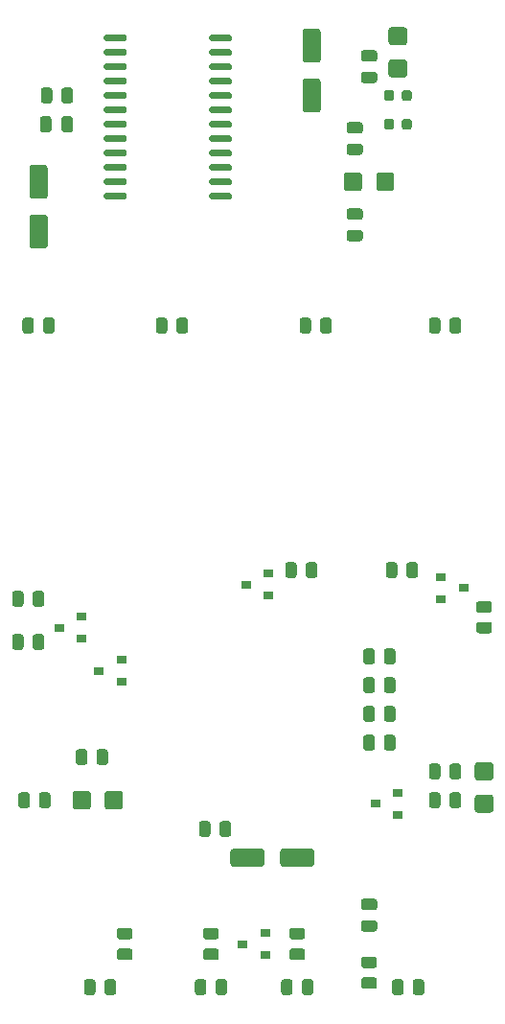
<source format=gtp>
%TF.GenerationSoftware,KiCad,Pcbnew,(5.1.10)-1*%
%TF.CreationDate,2022-04-24T20:33:29+02:00*%
%TF.ProjectId,eugenio,65756765-6e69-46f2-9e6b-696361645f70,rev?*%
%TF.SameCoordinates,Original*%
%TF.FileFunction,Paste,Top*%
%TF.FilePolarity,Positive*%
%FSLAX46Y46*%
G04 Gerber Fmt 4.6, Leading zero omitted, Abs format (unit mm)*
G04 Created by KiCad (PCBNEW (5.1.10)-1) date 2022-04-24 20:33:29*
%MOMM*%
%LPD*%
G01*
G04 APERTURE LIST*
%ADD10R,0.900000X0.800000*%
G04 APERTURE END LIST*
%TO.C,U2*%
G36*
G01*
X62390000Y-79872500D02*
X62390000Y-80147500D01*
G75*
G02*
X62252500Y-80285000I-137500J0D01*
G01*
X60527500Y-80285000D01*
G75*
G02*
X60390000Y-80147500I0J137500D01*
G01*
X60390000Y-79872500D01*
G75*
G02*
X60527500Y-79735000I137500J0D01*
G01*
X62252500Y-79735000D01*
G75*
G02*
X62390000Y-79872500I0J-137500D01*
G01*
G37*
G36*
G01*
X62390000Y-78602500D02*
X62390000Y-78877500D01*
G75*
G02*
X62252500Y-79015000I-137500J0D01*
G01*
X60527500Y-79015000D01*
G75*
G02*
X60390000Y-78877500I0J137500D01*
G01*
X60390000Y-78602500D01*
G75*
G02*
X60527500Y-78465000I137500J0D01*
G01*
X62252500Y-78465000D01*
G75*
G02*
X62390000Y-78602500I0J-137500D01*
G01*
G37*
G36*
G01*
X62390000Y-77332500D02*
X62390000Y-77607500D01*
G75*
G02*
X62252500Y-77745000I-137500J0D01*
G01*
X60527500Y-77745000D01*
G75*
G02*
X60390000Y-77607500I0J137500D01*
G01*
X60390000Y-77332500D01*
G75*
G02*
X60527500Y-77195000I137500J0D01*
G01*
X62252500Y-77195000D01*
G75*
G02*
X62390000Y-77332500I0J-137500D01*
G01*
G37*
G36*
G01*
X62390000Y-76062500D02*
X62390000Y-76337500D01*
G75*
G02*
X62252500Y-76475000I-137500J0D01*
G01*
X60527500Y-76475000D01*
G75*
G02*
X60390000Y-76337500I0J137500D01*
G01*
X60390000Y-76062500D01*
G75*
G02*
X60527500Y-75925000I137500J0D01*
G01*
X62252500Y-75925000D01*
G75*
G02*
X62390000Y-76062500I0J-137500D01*
G01*
G37*
G36*
G01*
X62390000Y-74792500D02*
X62390000Y-75067500D01*
G75*
G02*
X62252500Y-75205000I-137500J0D01*
G01*
X60527500Y-75205000D01*
G75*
G02*
X60390000Y-75067500I0J137500D01*
G01*
X60390000Y-74792500D01*
G75*
G02*
X60527500Y-74655000I137500J0D01*
G01*
X62252500Y-74655000D01*
G75*
G02*
X62390000Y-74792500I0J-137500D01*
G01*
G37*
G36*
G01*
X62390000Y-73522500D02*
X62390000Y-73797500D01*
G75*
G02*
X62252500Y-73935000I-137500J0D01*
G01*
X60527500Y-73935000D01*
G75*
G02*
X60390000Y-73797500I0J137500D01*
G01*
X60390000Y-73522500D01*
G75*
G02*
X60527500Y-73385000I137500J0D01*
G01*
X62252500Y-73385000D01*
G75*
G02*
X62390000Y-73522500I0J-137500D01*
G01*
G37*
G36*
G01*
X62390000Y-72252500D02*
X62390000Y-72527500D01*
G75*
G02*
X62252500Y-72665000I-137500J0D01*
G01*
X60527500Y-72665000D01*
G75*
G02*
X60390000Y-72527500I0J137500D01*
G01*
X60390000Y-72252500D01*
G75*
G02*
X60527500Y-72115000I137500J0D01*
G01*
X62252500Y-72115000D01*
G75*
G02*
X62390000Y-72252500I0J-137500D01*
G01*
G37*
G36*
G01*
X62390000Y-70982500D02*
X62390000Y-71257500D01*
G75*
G02*
X62252500Y-71395000I-137500J0D01*
G01*
X60527500Y-71395000D01*
G75*
G02*
X60390000Y-71257500I0J137500D01*
G01*
X60390000Y-70982500D01*
G75*
G02*
X60527500Y-70845000I137500J0D01*
G01*
X62252500Y-70845000D01*
G75*
G02*
X62390000Y-70982500I0J-137500D01*
G01*
G37*
G36*
G01*
X62390000Y-69712500D02*
X62390000Y-69987500D01*
G75*
G02*
X62252500Y-70125000I-137500J0D01*
G01*
X60527500Y-70125000D01*
G75*
G02*
X60390000Y-69987500I0J137500D01*
G01*
X60390000Y-69712500D01*
G75*
G02*
X60527500Y-69575000I137500J0D01*
G01*
X62252500Y-69575000D01*
G75*
G02*
X62390000Y-69712500I0J-137500D01*
G01*
G37*
G36*
G01*
X62390000Y-68442500D02*
X62390000Y-68717500D01*
G75*
G02*
X62252500Y-68855000I-137500J0D01*
G01*
X60527500Y-68855000D01*
G75*
G02*
X60390000Y-68717500I0J137500D01*
G01*
X60390000Y-68442500D01*
G75*
G02*
X60527500Y-68305000I137500J0D01*
G01*
X62252500Y-68305000D01*
G75*
G02*
X62390000Y-68442500I0J-137500D01*
G01*
G37*
G36*
G01*
X62390000Y-67172500D02*
X62390000Y-67447500D01*
G75*
G02*
X62252500Y-67585000I-137500J0D01*
G01*
X60527500Y-67585000D01*
G75*
G02*
X60390000Y-67447500I0J137500D01*
G01*
X60390000Y-67172500D01*
G75*
G02*
X60527500Y-67035000I137500J0D01*
G01*
X62252500Y-67035000D01*
G75*
G02*
X62390000Y-67172500I0J-137500D01*
G01*
G37*
G36*
G01*
X62390000Y-65902500D02*
X62390000Y-66177500D01*
G75*
G02*
X62252500Y-66315000I-137500J0D01*
G01*
X60527500Y-66315000D01*
G75*
G02*
X60390000Y-66177500I0J137500D01*
G01*
X60390000Y-65902500D01*
G75*
G02*
X60527500Y-65765000I137500J0D01*
G01*
X62252500Y-65765000D01*
G75*
G02*
X62390000Y-65902500I0J-137500D01*
G01*
G37*
G36*
G01*
X71690000Y-65902500D02*
X71690000Y-66177500D01*
G75*
G02*
X71552500Y-66315000I-137500J0D01*
G01*
X69827500Y-66315000D01*
G75*
G02*
X69690000Y-66177500I0J137500D01*
G01*
X69690000Y-65902500D01*
G75*
G02*
X69827500Y-65765000I137500J0D01*
G01*
X71552500Y-65765000D01*
G75*
G02*
X71690000Y-65902500I0J-137500D01*
G01*
G37*
G36*
G01*
X71690000Y-67172500D02*
X71690000Y-67447500D01*
G75*
G02*
X71552500Y-67585000I-137500J0D01*
G01*
X69827500Y-67585000D01*
G75*
G02*
X69690000Y-67447500I0J137500D01*
G01*
X69690000Y-67172500D01*
G75*
G02*
X69827500Y-67035000I137500J0D01*
G01*
X71552500Y-67035000D01*
G75*
G02*
X71690000Y-67172500I0J-137500D01*
G01*
G37*
G36*
G01*
X71690000Y-68442500D02*
X71690000Y-68717500D01*
G75*
G02*
X71552500Y-68855000I-137500J0D01*
G01*
X69827500Y-68855000D01*
G75*
G02*
X69690000Y-68717500I0J137500D01*
G01*
X69690000Y-68442500D01*
G75*
G02*
X69827500Y-68305000I137500J0D01*
G01*
X71552500Y-68305000D01*
G75*
G02*
X71690000Y-68442500I0J-137500D01*
G01*
G37*
G36*
G01*
X71690000Y-69712500D02*
X71690000Y-69987500D01*
G75*
G02*
X71552500Y-70125000I-137500J0D01*
G01*
X69827500Y-70125000D01*
G75*
G02*
X69690000Y-69987500I0J137500D01*
G01*
X69690000Y-69712500D01*
G75*
G02*
X69827500Y-69575000I137500J0D01*
G01*
X71552500Y-69575000D01*
G75*
G02*
X71690000Y-69712500I0J-137500D01*
G01*
G37*
G36*
G01*
X71690000Y-70982500D02*
X71690000Y-71257500D01*
G75*
G02*
X71552500Y-71395000I-137500J0D01*
G01*
X69827500Y-71395000D01*
G75*
G02*
X69690000Y-71257500I0J137500D01*
G01*
X69690000Y-70982500D01*
G75*
G02*
X69827500Y-70845000I137500J0D01*
G01*
X71552500Y-70845000D01*
G75*
G02*
X71690000Y-70982500I0J-137500D01*
G01*
G37*
G36*
G01*
X71690000Y-72252500D02*
X71690000Y-72527500D01*
G75*
G02*
X71552500Y-72665000I-137500J0D01*
G01*
X69827500Y-72665000D01*
G75*
G02*
X69690000Y-72527500I0J137500D01*
G01*
X69690000Y-72252500D01*
G75*
G02*
X69827500Y-72115000I137500J0D01*
G01*
X71552500Y-72115000D01*
G75*
G02*
X71690000Y-72252500I0J-137500D01*
G01*
G37*
G36*
G01*
X71690000Y-73522500D02*
X71690000Y-73797500D01*
G75*
G02*
X71552500Y-73935000I-137500J0D01*
G01*
X69827500Y-73935000D01*
G75*
G02*
X69690000Y-73797500I0J137500D01*
G01*
X69690000Y-73522500D01*
G75*
G02*
X69827500Y-73385000I137500J0D01*
G01*
X71552500Y-73385000D01*
G75*
G02*
X71690000Y-73522500I0J-137500D01*
G01*
G37*
G36*
G01*
X71690000Y-74792500D02*
X71690000Y-75067500D01*
G75*
G02*
X71552500Y-75205000I-137500J0D01*
G01*
X69827500Y-75205000D01*
G75*
G02*
X69690000Y-75067500I0J137500D01*
G01*
X69690000Y-74792500D01*
G75*
G02*
X69827500Y-74655000I137500J0D01*
G01*
X71552500Y-74655000D01*
G75*
G02*
X71690000Y-74792500I0J-137500D01*
G01*
G37*
G36*
G01*
X71690000Y-76062500D02*
X71690000Y-76337500D01*
G75*
G02*
X71552500Y-76475000I-137500J0D01*
G01*
X69827500Y-76475000D01*
G75*
G02*
X69690000Y-76337500I0J137500D01*
G01*
X69690000Y-76062500D01*
G75*
G02*
X69827500Y-75925000I137500J0D01*
G01*
X71552500Y-75925000D01*
G75*
G02*
X71690000Y-76062500I0J-137500D01*
G01*
G37*
G36*
G01*
X71690000Y-77332500D02*
X71690000Y-77607500D01*
G75*
G02*
X71552500Y-77745000I-137500J0D01*
G01*
X69827500Y-77745000D01*
G75*
G02*
X69690000Y-77607500I0J137500D01*
G01*
X69690000Y-77332500D01*
G75*
G02*
X69827500Y-77195000I137500J0D01*
G01*
X71552500Y-77195000D01*
G75*
G02*
X71690000Y-77332500I0J-137500D01*
G01*
G37*
G36*
G01*
X71690000Y-78602500D02*
X71690000Y-78877500D01*
G75*
G02*
X71552500Y-79015000I-137500J0D01*
G01*
X69827500Y-79015000D01*
G75*
G02*
X69690000Y-78877500I0J137500D01*
G01*
X69690000Y-78602500D01*
G75*
G02*
X69827500Y-78465000I137500J0D01*
G01*
X71552500Y-78465000D01*
G75*
G02*
X71690000Y-78602500I0J-137500D01*
G01*
G37*
G36*
G01*
X71690000Y-79872500D02*
X71690000Y-80147500D01*
G75*
G02*
X71552500Y-80285000I-137500J0D01*
G01*
X69827500Y-80285000D01*
G75*
G02*
X69690000Y-80147500I0J137500D01*
G01*
X69690000Y-79872500D01*
G75*
G02*
X69827500Y-79735000I137500J0D01*
G01*
X71552500Y-79735000D01*
G75*
G02*
X71690000Y-79872500I0J-137500D01*
G01*
G37*
%TD*%
%TO.C,C3*%
G36*
G01*
X83345000Y-143960000D02*
X84295000Y-143960000D01*
G75*
G02*
X84545000Y-144210000I0J-250000D01*
G01*
X84545000Y-144710000D01*
G75*
G02*
X84295000Y-144960000I-250000J0D01*
G01*
X83345000Y-144960000D01*
G75*
G02*
X83095000Y-144710000I0J250000D01*
G01*
X83095000Y-144210000D01*
G75*
G02*
X83345000Y-143960000I250000J0D01*
G01*
G37*
G36*
G01*
X83345000Y-142060000D02*
X84295000Y-142060000D01*
G75*
G02*
X84545000Y-142310000I0J-250000D01*
G01*
X84545000Y-142810000D01*
G75*
G02*
X84295000Y-143060000I-250000J0D01*
G01*
X83345000Y-143060000D01*
G75*
G02*
X83095000Y-142810000I0J250000D01*
G01*
X83095000Y-142310000D01*
G75*
G02*
X83345000Y-142060000I250000J0D01*
G01*
G37*
%TD*%
%TO.C,R24*%
G36*
G01*
X53297500Y-118929998D02*
X53297500Y-119830002D01*
G75*
G02*
X53047502Y-120080000I-249998J0D01*
G01*
X52522498Y-120080000D01*
G75*
G02*
X52272500Y-119830002I0J249998D01*
G01*
X52272500Y-118929998D01*
G75*
G02*
X52522498Y-118680000I249998J0D01*
G01*
X53047502Y-118680000D01*
G75*
G02*
X53297500Y-118929998I0J-249998D01*
G01*
G37*
G36*
G01*
X55122500Y-118929998D02*
X55122500Y-119830002D01*
G75*
G02*
X54872502Y-120080000I-249998J0D01*
G01*
X54347498Y-120080000D01*
G75*
G02*
X54097500Y-119830002I0J249998D01*
G01*
X54097500Y-118929998D01*
G75*
G02*
X54347498Y-118680000I249998J0D01*
G01*
X54872502Y-118680000D01*
G75*
G02*
X55122500Y-118929998I0J-249998D01*
G01*
G37*
%TD*%
%TO.C,R22*%
G36*
G01*
X70250000Y-150310002D02*
X70250000Y-149409998D01*
G75*
G02*
X70499998Y-149160000I249998J0D01*
G01*
X71025002Y-149160000D01*
G75*
G02*
X71275000Y-149409998I0J-249998D01*
G01*
X71275000Y-150310002D01*
G75*
G02*
X71025002Y-150560000I-249998J0D01*
G01*
X70499998Y-150560000D01*
G75*
G02*
X70250000Y-150310002I0J249998D01*
G01*
G37*
G36*
G01*
X68425000Y-150310002D02*
X68425000Y-149409998D01*
G75*
G02*
X68674998Y-149160000I249998J0D01*
G01*
X69200002Y-149160000D01*
G75*
G02*
X69450000Y-149409998I0J-249998D01*
G01*
X69450000Y-150310002D01*
G75*
G02*
X69200002Y-150560000I-249998J0D01*
G01*
X68674998Y-150560000D01*
G75*
G02*
X68425000Y-150310002I0J249998D01*
G01*
G37*
%TD*%
%TO.C,R16*%
G36*
G01*
X77920002Y-145650000D02*
X77019998Y-145650000D01*
G75*
G02*
X76770000Y-145400002I0J249998D01*
G01*
X76770000Y-144874998D01*
G75*
G02*
X77019998Y-144625000I249998J0D01*
G01*
X77920002Y-144625000D01*
G75*
G02*
X78170000Y-144874998I0J-249998D01*
G01*
X78170000Y-145400002D01*
G75*
G02*
X77920002Y-145650000I-249998J0D01*
G01*
G37*
G36*
G01*
X77920002Y-147475000D02*
X77019998Y-147475000D01*
G75*
G02*
X76770000Y-147225002I0J249998D01*
G01*
X76770000Y-146699998D01*
G75*
G02*
X77019998Y-146450000I249998J0D01*
G01*
X77920002Y-146450000D01*
G75*
G02*
X78170000Y-146699998I0J-249998D01*
G01*
X78170000Y-147225002D01*
G75*
G02*
X77920002Y-147475000I-249998J0D01*
G01*
G37*
%TD*%
%TO.C,R15*%
G36*
G01*
X77070000Y-149409998D02*
X77070000Y-150310002D01*
G75*
G02*
X76820002Y-150560000I-249998J0D01*
G01*
X76294998Y-150560000D01*
G75*
G02*
X76045000Y-150310002I0J249998D01*
G01*
X76045000Y-149409998D01*
G75*
G02*
X76294998Y-149160000I249998J0D01*
G01*
X76820002Y-149160000D01*
G75*
G02*
X77070000Y-149409998I0J-249998D01*
G01*
G37*
G36*
G01*
X78895000Y-149409998D02*
X78895000Y-150310002D01*
G75*
G02*
X78645002Y-150560000I-249998J0D01*
G01*
X78119998Y-150560000D01*
G75*
G02*
X77870000Y-150310002I0J249998D01*
G01*
X77870000Y-149409998D01*
G75*
G02*
X78119998Y-149160000I249998J0D01*
G01*
X78645002Y-149160000D01*
G75*
G02*
X78895000Y-149409998I0J-249998D01*
G01*
G37*
%TD*%
%TO.C,D1*%
G36*
G01*
X94555000Y-131610000D02*
X93405000Y-131610000D01*
G75*
G02*
X93155000Y-131360000I0J250000D01*
G01*
X93155000Y-130260000D01*
G75*
G02*
X93405000Y-130010000I250000J0D01*
G01*
X94555000Y-130010000D01*
G75*
G02*
X94805000Y-130260000I0J-250000D01*
G01*
X94805000Y-131360000D01*
G75*
G02*
X94555000Y-131610000I-250000J0D01*
G01*
G37*
G36*
G01*
X94555000Y-134460000D02*
X93405000Y-134460000D01*
G75*
G02*
X93155000Y-134210000I0J250000D01*
G01*
X93155000Y-133110000D01*
G75*
G02*
X93405000Y-132860000I250000J0D01*
G01*
X94555000Y-132860000D01*
G75*
G02*
X94805000Y-133110000I0J-250000D01*
G01*
X94805000Y-134210000D01*
G75*
G02*
X94555000Y-134460000I-250000J0D01*
G01*
G37*
%TD*%
%TO.C,D5*%
G36*
G01*
X84445000Y-79315000D02*
X84445000Y-78165000D01*
G75*
G02*
X84695000Y-77915000I250000J0D01*
G01*
X85795000Y-77915000D01*
G75*
G02*
X86045000Y-78165000I0J-250000D01*
G01*
X86045000Y-79315000D01*
G75*
G02*
X85795000Y-79565000I-250000J0D01*
G01*
X84695000Y-79565000D01*
G75*
G02*
X84445000Y-79315000I0J250000D01*
G01*
G37*
G36*
G01*
X81595000Y-79315000D02*
X81595000Y-78165000D01*
G75*
G02*
X81845000Y-77915000I250000J0D01*
G01*
X82945000Y-77915000D01*
G75*
G02*
X83195000Y-78165000I0J-250000D01*
G01*
X83195000Y-79315000D01*
G75*
G02*
X82945000Y-79565000I-250000J0D01*
G01*
X81845000Y-79565000D01*
G75*
G02*
X81595000Y-79315000I0J250000D01*
G01*
G37*
%TD*%
%TO.C,D4*%
G36*
G01*
X60470000Y-133925000D02*
X60470000Y-132775000D01*
G75*
G02*
X60720000Y-132525000I250000J0D01*
G01*
X61820000Y-132525000D01*
G75*
G02*
X62070000Y-132775000I0J-250000D01*
G01*
X62070000Y-133925000D01*
G75*
G02*
X61820000Y-134175000I-250000J0D01*
G01*
X60720000Y-134175000D01*
G75*
G02*
X60470000Y-133925000I0J250000D01*
G01*
G37*
G36*
G01*
X57620000Y-133925000D02*
X57620000Y-132775000D01*
G75*
G02*
X57870000Y-132525000I250000J0D01*
G01*
X58970000Y-132525000D01*
G75*
G02*
X59220000Y-132775000I0J-250000D01*
G01*
X59220000Y-133925000D01*
G75*
G02*
X58970000Y-134175000I-250000J0D01*
G01*
X57870000Y-134175000D01*
G75*
G02*
X57620000Y-133925000I0J250000D01*
G01*
G37*
%TD*%
%TO.C,R25*%
G36*
G01*
X54097500Y-116020002D02*
X54097500Y-115119998D01*
G75*
G02*
X54347498Y-114870000I249998J0D01*
G01*
X54872502Y-114870000D01*
G75*
G02*
X55122500Y-115119998I0J-249998D01*
G01*
X55122500Y-116020002D01*
G75*
G02*
X54872502Y-116270000I-249998J0D01*
G01*
X54347498Y-116270000D01*
G75*
G02*
X54097500Y-116020002I0J249998D01*
G01*
G37*
G36*
G01*
X52272500Y-116020002D02*
X52272500Y-115119998D01*
G75*
G02*
X52522498Y-114870000I249998J0D01*
G01*
X53047502Y-114870000D01*
G75*
G02*
X53297500Y-115119998I0J-249998D01*
G01*
X53297500Y-116020002D01*
G75*
G02*
X53047502Y-116270000I-249998J0D01*
G01*
X52522498Y-116270000D01*
G75*
G02*
X52272500Y-116020002I0J249998D01*
G01*
G37*
%TD*%
%TO.C,C1*%
G36*
G01*
X83025000Y-82100000D02*
X82075000Y-82100000D01*
G75*
G02*
X81825000Y-81850000I0J250000D01*
G01*
X81825000Y-81350000D01*
G75*
G02*
X82075000Y-81100000I250000J0D01*
G01*
X83025000Y-81100000D01*
G75*
G02*
X83275000Y-81350000I0J-250000D01*
G01*
X83275000Y-81850000D01*
G75*
G02*
X83025000Y-82100000I-250000J0D01*
G01*
G37*
G36*
G01*
X83025000Y-84000000D02*
X82075000Y-84000000D01*
G75*
G02*
X81825000Y-83750000I0J250000D01*
G01*
X81825000Y-83250000D01*
G75*
G02*
X82075000Y-83000000I250000J0D01*
G01*
X83025000Y-83000000D01*
G75*
G02*
X83275000Y-83250000I0J-250000D01*
G01*
X83275000Y-83750000D01*
G75*
G02*
X83025000Y-84000000I-250000J0D01*
G01*
G37*
%TD*%
%TO.C,C2*%
G36*
G01*
X82075000Y-75380000D02*
X83025000Y-75380000D01*
G75*
G02*
X83275000Y-75630000I0J-250000D01*
G01*
X83275000Y-76130000D01*
G75*
G02*
X83025000Y-76380000I-250000J0D01*
G01*
X82075000Y-76380000D01*
G75*
G02*
X81825000Y-76130000I0J250000D01*
G01*
X81825000Y-75630000D01*
G75*
G02*
X82075000Y-75380000I250000J0D01*
G01*
G37*
G36*
G01*
X82075000Y-73480000D02*
X83025000Y-73480000D01*
G75*
G02*
X83275000Y-73730000I0J-250000D01*
G01*
X83275000Y-74230000D01*
G75*
G02*
X83025000Y-74480000I-250000J0D01*
G01*
X82075000Y-74480000D01*
G75*
G02*
X81825000Y-74230000I0J250000D01*
G01*
X81825000Y-73730000D01*
G75*
G02*
X82075000Y-73480000I250000J0D01*
G01*
G37*
%TD*%
%TO.C,C4*%
G36*
G01*
X75970000Y-138980000D02*
X75970000Y-137880000D01*
G75*
G02*
X76220000Y-137630000I250000J0D01*
G01*
X78720000Y-137630000D01*
G75*
G02*
X78970000Y-137880000I0J-250000D01*
G01*
X78970000Y-138980000D01*
G75*
G02*
X78720000Y-139230000I-250000J0D01*
G01*
X76220000Y-139230000D01*
G75*
G02*
X75970000Y-138980000I0J250000D01*
G01*
G37*
G36*
G01*
X71570000Y-138980000D02*
X71570000Y-137880000D01*
G75*
G02*
X71820000Y-137630000I250000J0D01*
G01*
X74320000Y-137630000D01*
G75*
G02*
X74570000Y-137880000I0J-250000D01*
G01*
X74570000Y-138980000D01*
G75*
G02*
X74320000Y-139230000I-250000J0D01*
G01*
X71820000Y-139230000D01*
G75*
G02*
X71570000Y-138980000I0J250000D01*
G01*
G37*
%TD*%
%TO.C,R27*%
G36*
G01*
X59732500Y-129990002D02*
X59732500Y-129089998D01*
G75*
G02*
X59982498Y-128840000I249998J0D01*
G01*
X60507502Y-128840000D01*
G75*
G02*
X60757500Y-129089998I0J-249998D01*
G01*
X60757500Y-129990002D01*
G75*
G02*
X60507502Y-130240000I-249998J0D01*
G01*
X59982498Y-130240000D01*
G75*
G02*
X59732500Y-129990002I0J249998D01*
G01*
G37*
G36*
G01*
X57907500Y-129990002D02*
X57907500Y-129089998D01*
G75*
G02*
X58157498Y-128840000I249998J0D01*
G01*
X58682502Y-128840000D01*
G75*
G02*
X58932500Y-129089998I0J-249998D01*
G01*
X58932500Y-129990002D01*
G75*
G02*
X58682502Y-130240000I-249998J0D01*
G01*
X58157498Y-130240000D01*
G75*
G02*
X57907500Y-129990002I0J249998D01*
G01*
G37*
%TD*%
%TO.C,C8*%
G36*
G01*
X84295000Y-68130000D02*
X83345000Y-68130000D01*
G75*
G02*
X83095000Y-67880000I0J250000D01*
G01*
X83095000Y-67380000D01*
G75*
G02*
X83345000Y-67130000I250000J0D01*
G01*
X84295000Y-67130000D01*
G75*
G02*
X84545000Y-67380000I0J-250000D01*
G01*
X84545000Y-67880000D01*
G75*
G02*
X84295000Y-68130000I-250000J0D01*
G01*
G37*
G36*
G01*
X84295000Y-70030000D02*
X83345000Y-70030000D01*
G75*
G02*
X83095000Y-69780000I0J250000D01*
G01*
X83095000Y-69280000D01*
G75*
G02*
X83345000Y-69030000I250000J0D01*
G01*
X84295000Y-69030000D01*
G75*
G02*
X84545000Y-69280000I0J-250000D01*
G01*
X84545000Y-69780000D01*
G75*
G02*
X84295000Y-70030000I-250000J0D01*
G01*
G37*
%TD*%
%TO.C,R28*%
G36*
G01*
X56637500Y-71570002D02*
X56637500Y-70669998D01*
G75*
G02*
X56887498Y-70420000I249998J0D01*
G01*
X57412502Y-70420000D01*
G75*
G02*
X57662500Y-70669998I0J-249998D01*
G01*
X57662500Y-71570002D01*
G75*
G02*
X57412502Y-71820000I-249998J0D01*
G01*
X56887498Y-71820000D01*
G75*
G02*
X56637500Y-71570002I0J249998D01*
G01*
G37*
G36*
G01*
X54812500Y-71570002D02*
X54812500Y-70669998D01*
G75*
G02*
X55062498Y-70420000I249998J0D01*
G01*
X55587502Y-70420000D01*
G75*
G02*
X55837500Y-70669998I0J-249998D01*
G01*
X55837500Y-71570002D01*
G75*
G02*
X55587502Y-71820000I-249998J0D01*
G01*
X55062498Y-71820000D01*
G75*
G02*
X54812500Y-71570002I0J249998D01*
G01*
G37*
%TD*%
%TO.C,C7*%
G36*
G01*
X54060000Y-81640000D02*
X55160000Y-81640000D01*
G75*
G02*
X55410000Y-81890000I0J-250000D01*
G01*
X55410000Y-84390000D01*
G75*
G02*
X55160000Y-84640000I-250000J0D01*
G01*
X54060000Y-84640000D01*
G75*
G02*
X53810000Y-84390000I0J250000D01*
G01*
X53810000Y-81890000D01*
G75*
G02*
X54060000Y-81640000I250000J0D01*
G01*
G37*
G36*
G01*
X54060000Y-77240000D02*
X55160000Y-77240000D01*
G75*
G02*
X55410000Y-77490000I0J-250000D01*
G01*
X55410000Y-79990000D01*
G75*
G02*
X55160000Y-80240000I-250000J0D01*
G01*
X54060000Y-80240000D01*
G75*
G02*
X53810000Y-79990000I0J250000D01*
G01*
X53810000Y-77490000D01*
G75*
G02*
X54060000Y-77240000I250000J0D01*
G01*
G37*
%TD*%
%TO.C,R26*%
G36*
G01*
X53852500Y-132899998D02*
X53852500Y-133800002D01*
G75*
G02*
X53602502Y-134050000I-249998J0D01*
G01*
X53077498Y-134050000D01*
G75*
G02*
X52827500Y-133800002I0J249998D01*
G01*
X52827500Y-132899998D01*
G75*
G02*
X53077498Y-132650000I249998J0D01*
G01*
X53602502Y-132650000D01*
G75*
G02*
X53852500Y-132899998I0J-249998D01*
G01*
G37*
G36*
G01*
X55677500Y-132899998D02*
X55677500Y-133800002D01*
G75*
G02*
X55427502Y-134050000I-249998J0D01*
G01*
X54902498Y-134050000D01*
G75*
G02*
X54652500Y-133800002I0J249998D01*
G01*
X54652500Y-132899998D01*
G75*
G02*
X54902498Y-132650000I249998J0D01*
G01*
X55427502Y-132650000D01*
G75*
G02*
X55677500Y-132899998I0J-249998D01*
G01*
G37*
%TD*%
%TO.C,R20*%
G36*
G01*
X90127500Y-132899998D02*
X90127500Y-133800002D01*
G75*
G02*
X89877502Y-134050000I-249998J0D01*
G01*
X89352498Y-134050000D01*
G75*
G02*
X89102500Y-133800002I0J249998D01*
G01*
X89102500Y-132899998D01*
G75*
G02*
X89352498Y-132650000I249998J0D01*
G01*
X89877502Y-132650000D01*
G75*
G02*
X90127500Y-132899998I0J-249998D01*
G01*
G37*
G36*
G01*
X91952500Y-132899998D02*
X91952500Y-133800002D01*
G75*
G02*
X91702502Y-134050000I-249998J0D01*
G01*
X91177498Y-134050000D01*
G75*
G02*
X90927500Y-133800002I0J249998D01*
G01*
X90927500Y-132899998D01*
G75*
G02*
X91177498Y-132650000I249998J0D01*
G01*
X91702502Y-132650000D01*
G75*
G02*
X91952500Y-132899998I0J-249998D01*
G01*
G37*
%TD*%
%TO.C,R19*%
G36*
G01*
X84332500Y-125279998D02*
X84332500Y-126180002D01*
G75*
G02*
X84082502Y-126430000I-249998J0D01*
G01*
X83557498Y-126430000D01*
G75*
G02*
X83307500Y-126180002I0J249998D01*
G01*
X83307500Y-125279998D01*
G75*
G02*
X83557498Y-125030000I249998J0D01*
G01*
X84082502Y-125030000D01*
G75*
G02*
X84332500Y-125279998I0J-249998D01*
G01*
G37*
G36*
G01*
X86157500Y-125279998D02*
X86157500Y-126180002D01*
G75*
G02*
X85907502Y-126430000I-249998J0D01*
G01*
X85382498Y-126430000D01*
G75*
G02*
X85132500Y-126180002I0J249998D01*
G01*
X85132500Y-125279998D01*
G75*
G02*
X85382498Y-125030000I249998J0D01*
G01*
X85907502Y-125030000D01*
G75*
G02*
X86157500Y-125279998I0J-249998D01*
G01*
G37*
%TD*%
%TO.C,C6*%
G36*
G01*
X55750000Y-73185000D02*
X55750000Y-74135000D01*
G75*
G02*
X55500000Y-74385000I-250000J0D01*
G01*
X55000000Y-74385000D01*
G75*
G02*
X54750000Y-74135000I0J250000D01*
G01*
X54750000Y-73185000D01*
G75*
G02*
X55000000Y-72935000I250000J0D01*
G01*
X55500000Y-72935000D01*
G75*
G02*
X55750000Y-73185000I0J-250000D01*
G01*
G37*
G36*
G01*
X57650000Y-73185000D02*
X57650000Y-74135000D01*
G75*
G02*
X57400000Y-74385000I-250000J0D01*
G01*
X56900000Y-74385000D01*
G75*
G02*
X56650000Y-74135000I0J250000D01*
G01*
X56650000Y-73185000D01*
G75*
G02*
X56900000Y-72935000I250000J0D01*
G01*
X57400000Y-72935000D01*
G75*
G02*
X57650000Y-73185000I0J-250000D01*
G01*
G37*
%TD*%
%TO.C,R23*%
G36*
G01*
X70300002Y-145650000D02*
X69399998Y-145650000D01*
G75*
G02*
X69150000Y-145400002I0J249998D01*
G01*
X69150000Y-144874998D01*
G75*
G02*
X69399998Y-144625000I249998J0D01*
G01*
X70300002Y-144625000D01*
G75*
G02*
X70550000Y-144874998I0J-249998D01*
G01*
X70550000Y-145400002D01*
G75*
G02*
X70300002Y-145650000I-249998J0D01*
G01*
G37*
G36*
G01*
X70300002Y-147475000D02*
X69399998Y-147475000D01*
G75*
G02*
X69150000Y-147225002I0J249998D01*
G01*
X69150000Y-146699998D01*
G75*
G02*
X69399998Y-146450000I249998J0D01*
G01*
X70300002Y-146450000D01*
G75*
G02*
X70550000Y-146699998I0J-249998D01*
G01*
X70550000Y-147225002D01*
G75*
G02*
X70300002Y-147475000I-249998J0D01*
G01*
G37*
%TD*%
%TO.C,R21*%
G36*
G01*
X90927500Y-131260002D02*
X90927500Y-130359998D01*
G75*
G02*
X91177498Y-130110000I249998J0D01*
G01*
X91702502Y-130110000D01*
G75*
G02*
X91952500Y-130359998I0J-249998D01*
G01*
X91952500Y-131260002D01*
G75*
G02*
X91702502Y-131510000I-249998J0D01*
G01*
X91177498Y-131510000D01*
G75*
G02*
X90927500Y-131260002I0J249998D01*
G01*
G37*
G36*
G01*
X89102500Y-131260002D02*
X89102500Y-130359998D01*
G75*
G02*
X89352498Y-130110000I249998J0D01*
G01*
X89877502Y-130110000D01*
G75*
G02*
X90127500Y-130359998I0J-249998D01*
G01*
X90127500Y-131260002D01*
G75*
G02*
X89877502Y-131510000I-249998J0D01*
G01*
X89352498Y-131510000D01*
G75*
G02*
X89102500Y-131260002I0J249998D01*
G01*
G37*
%TD*%
%TO.C,D3*%
G36*
G01*
X86935000Y-66685000D02*
X85785000Y-66685000D01*
G75*
G02*
X85535000Y-66435000I0J250000D01*
G01*
X85535000Y-65335000D01*
G75*
G02*
X85785000Y-65085000I250000J0D01*
G01*
X86935000Y-65085000D01*
G75*
G02*
X87185000Y-65335000I0J-250000D01*
G01*
X87185000Y-66435000D01*
G75*
G02*
X86935000Y-66685000I-250000J0D01*
G01*
G37*
G36*
G01*
X86935000Y-69535000D02*
X85785000Y-69535000D01*
G75*
G02*
X85535000Y-69285000I0J250000D01*
G01*
X85535000Y-68185000D01*
G75*
G02*
X85785000Y-67935000I250000J0D01*
G01*
X86935000Y-67935000D01*
G75*
G02*
X87185000Y-68185000I0J-250000D01*
G01*
X87185000Y-69285000D01*
G75*
G02*
X86935000Y-69535000I-250000J0D01*
G01*
G37*
%TD*%
%TO.C,R14*%
G36*
G01*
X84332500Y-127819998D02*
X84332500Y-128720002D01*
G75*
G02*
X84082502Y-128970000I-249998J0D01*
G01*
X83557498Y-128970000D01*
G75*
G02*
X83307500Y-128720002I0J249998D01*
G01*
X83307500Y-127819998D01*
G75*
G02*
X83557498Y-127570000I249998J0D01*
G01*
X84082502Y-127570000D01*
G75*
G02*
X84332500Y-127819998I0J-249998D01*
G01*
G37*
G36*
G01*
X86157500Y-127819998D02*
X86157500Y-128720002D01*
G75*
G02*
X85907502Y-128970000I-249998J0D01*
G01*
X85382498Y-128970000D01*
G75*
G02*
X85132500Y-128720002I0J249998D01*
G01*
X85132500Y-127819998D01*
G75*
G02*
X85382498Y-127570000I249998J0D01*
G01*
X85907502Y-127570000D01*
G75*
G02*
X86157500Y-127819998I0J-249998D01*
G01*
G37*
%TD*%
%TO.C,R18*%
G36*
G01*
X94430002Y-116797500D02*
X93529998Y-116797500D01*
G75*
G02*
X93280000Y-116547502I0J249998D01*
G01*
X93280000Y-116022498D01*
G75*
G02*
X93529998Y-115772500I249998J0D01*
G01*
X94430002Y-115772500D01*
G75*
G02*
X94680000Y-116022498I0J-249998D01*
G01*
X94680000Y-116547502D01*
G75*
G02*
X94430002Y-116797500I-249998J0D01*
G01*
G37*
G36*
G01*
X94430002Y-118622500D02*
X93529998Y-118622500D01*
G75*
G02*
X93280000Y-118372502I0J249998D01*
G01*
X93280000Y-117847498D01*
G75*
G02*
X93529998Y-117597500I249998J0D01*
G01*
X94430002Y-117597500D01*
G75*
G02*
X94680000Y-117847498I0J-249998D01*
G01*
X94680000Y-118372502D01*
G75*
G02*
X94430002Y-118622500I-249998J0D01*
G01*
G37*
%TD*%
%TO.C,R6*%
G36*
G01*
X54210000Y-90989998D02*
X54210000Y-91890002D01*
G75*
G02*
X53960002Y-92140000I-249998J0D01*
G01*
X53434998Y-92140000D01*
G75*
G02*
X53185000Y-91890002I0J249998D01*
G01*
X53185000Y-90989998D01*
G75*
G02*
X53434998Y-90740000I249998J0D01*
G01*
X53960002Y-90740000D01*
G75*
G02*
X54210000Y-90989998I0J-249998D01*
G01*
G37*
G36*
G01*
X56035000Y-90989998D02*
X56035000Y-91890002D01*
G75*
G02*
X55785002Y-92140000I-249998J0D01*
G01*
X55259998Y-92140000D01*
G75*
G02*
X55010000Y-91890002I0J249998D01*
G01*
X55010000Y-90989998D01*
G75*
G02*
X55259998Y-90740000I249998J0D01*
G01*
X55785002Y-90740000D01*
G75*
G02*
X56035000Y-90989998I0J-249998D01*
G01*
G37*
%TD*%
D10*
%TO.C,Q2*%
X72930000Y-114300000D03*
X74930000Y-113350000D03*
X74930000Y-115250000D03*
%TD*%
%TO.C,C5*%
G36*
G01*
X79290000Y-68220000D02*
X78190000Y-68220000D01*
G75*
G02*
X77940000Y-67970000I0J250000D01*
G01*
X77940000Y-65470000D01*
G75*
G02*
X78190000Y-65220000I250000J0D01*
G01*
X79290000Y-65220000D01*
G75*
G02*
X79540000Y-65470000I0J-250000D01*
G01*
X79540000Y-67970000D01*
G75*
G02*
X79290000Y-68220000I-250000J0D01*
G01*
G37*
G36*
G01*
X79290000Y-72620000D02*
X78190000Y-72620000D01*
G75*
G02*
X77940000Y-72370000I0J250000D01*
G01*
X77940000Y-69870000D01*
G75*
G02*
X78190000Y-69620000I250000J0D01*
G01*
X79290000Y-69620000D01*
G75*
G02*
X79540000Y-69870000I0J-250000D01*
G01*
X79540000Y-72370000D01*
G75*
G02*
X79290000Y-72620000I-250000J0D01*
G01*
G37*
%TD*%
%TO.C,R17*%
G36*
G01*
X87117500Y-113480002D02*
X87117500Y-112579998D01*
G75*
G02*
X87367498Y-112330000I249998J0D01*
G01*
X87892502Y-112330000D01*
G75*
G02*
X88142500Y-112579998I0J-249998D01*
G01*
X88142500Y-113480002D01*
G75*
G02*
X87892502Y-113730000I-249998J0D01*
G01*
X87367498Y-113730000D01*
G75*
G02*
X87117500Y-113480002I0J249998D01*
G01*
G37*
G36*
G01*
X85292500Y-113480002D02*
X85292500Y-112579998D01*
G75*
G02*
X85542498Y-112330000I249998J0D01*
G01*
X86067502Y-112330000D01*
G75*
G02*
X86317500Y-112579998I0J-249998D01*
G01*
X86317500Y-113480002D01*
G75*
G02*
X86067502Y-113730000I-249998J0D01*
G01*
X85542498Y-113730000D01*
G75*
G02*
X85292500Y-113480002I0J249998D01*
G01*
G37*
%TD*%
%TO.C,Q4*%
X59960000Y-121920000D03*
X61960000Y-120970000D03*
X61960000Y-122870000D03*
%TD*%
%TO.C,R12*%
G36*
G01*
X90927500Y-91890002D02*
X90927500Y-90989998D01*
G75*
G02*
X91177498Y-90740000I249998J0D01*
G01*
X91702502Y-90740000D01*
G75*
G02*
X91952500Y-90989998I0J-249998D01*
G01*
X91952500Y-91890002D01*
G75*
G02*
X91702502Y-92140000I-249998J0D01*
G01*
X91177498Y-92140000D01*
G75*
G02*
X90927500Y-91890002I0J249998D01*
G01*
G37*
G36*
G01*
X89102500Y-91890002D02*
X89102500Y-90989998D01*
G75*
G02*
X89352498Y-90740000I249998J0D01*
G01*
X89877502Y-90740000D01*
G75*
G02*
X90127500Y-90989998I0J-249998D01*
G01*
X90127500Y-91890002D01*
G75*
G02*
X89877502Y-92140000I-249998J0D01*
G01*
X89352498Y-92140000D01*
G75*
G02*
X89102500Y-91890002I0J249998D01*
G01*
G37*
%TD*%
%TO.C,Q5*%
X92170000Y-114620000D03*
X90170000Y-115570000D03*
X90170000Y-113670000D03*
%TD*%
%TO.C,Q3*%
X72660000Y-146050000D03*
X74660000Y-145100000D03*
X74660000Y-147000000D03*
%TD*%
%TO.C,R1*%
G36*
G01*
X85132500Y-121100002D02*
X85132500Y-120199998D01*
G75*
G02*
X85382498Y-119950000I249998J0D01*
G01*
X85907502Y-119950000D01*
G75*
G02*
X86157500Y-120199998I0J-249998D01*
G01*
X86157500Y-121100002D01*
G75*
G02*
X85907502Y-121350000I-249998J0D01*
G01*
X85382498Y-121350000D01*
G75*
G02*
X85132500Y-121100002I0J249998D01*
G01*
G37*
G36*
G01*
X83307500Y-121100002D02*
X83307500Y-120199998D01*
G75*
G02*
X83557498Y-119950000I249998J0D01*
G01*
X84082502Y-119950000D01*
G75*
G02*
X84332500Y-120199998I0J-249998D01*
G01*
X84332500Y-121100002D01*
G75*
G02*
X84082502Y-121350000I-249998J0D01*
G01*
X83557498Y-121350000D01*
G75*
G02*
X83307500Y-121100002I0J249998D01*
G01*
G37*
%TD*%
%TO.C,R11*%
G36*
G01*
X78697500Y-90989998D02*
X78697500Y-91890002D01*
G75*
G02*
X78447502Y-92140000I-249998J0D01*
G01*
X77922498Y-92140000D01*
G75*
G02*
X77672500Y-91890002I0J249998D01*
G01*
X77672500Y-90989998D01*
G75*
G02*
X77922498Y-90740000I249998J0D01*
G01*
X78447502Y-90740000D01*
G75*
G02*
X78697500Y-90989998I0J-249998D01*
G01*
G37*
G36*
G01*
X80522500Y-90989998D02*
X80522500Y-91890002D01*
G75*
G02*
X80272502Y-92140000I-249998J0D01*
G01*
X79747498Y-92140000D01*
G75*
G02*
X79497500Y-91890002I0J249998D01*
G01*
X79497500Y-90989998D01*
G75*
G02*
X79747498Y-90740000I249998J0D01*
G01*
X80272502Y-90740000D01*
G75*
G02*
X80522500Y-90989998I0J-249998D01*
G01*
G37*
%TD*%
%TO.C,Q1*%
X84360000Y-133670000D03*
X86360000Y-132720000D03*
X86360000Y-134620000D03*
%TD*%
%TO.C,FB2*%
G36*
G01*
X86710000Y-73916250D02*
X86710000Y-73403750D01*
G75*
G02*
X86928750Y-73185000I218750J0D01*
G01*
X87366250Y-73185000D01*
G75*
G02*
X87585000Y-73403750I0J-218750D01*
G01*
X87585000Y-73916250D01*
G75*
G02*
X87366250Y-74135000I-218750J0D01*
G01*
X86928750Y-74135000D01*
G75*
G02*
X86710000Y-73916250I0J218750D01*
G01*
G37*
G36*
G01*
X85135000Y-73916250D02*
X85135000Y-73403750D01*
G75*
G02*
X85353750Y-73185000I218750J0D01*
G01*
X85791250Y-73185000D01*
G75*
G02*
X86010000Y-73403750I0J-218750D01*
G01*
X86010000Y-73916250D01*
G75*
G02*
X85791250Y-74135000I-218750J0D01*
G01*
X85353750Y-74135000D01*
G75*
G02*
X85135000Y-73916250I0J218750D01*
G01*
G37*
%TD*%
%TO.C,FB1*%
G36*
G01*
X86710000Y-71376250D02*
X86710000Y-70863750D01*
G75*
G02*
X86928750Y-70645000I218750J0D01*
G01*
X87366250Y-70645000D01*
G75*
G02*
X87585000Y-70863750I0J-218750D01*
G01*
X87585000Y-71376250D01*
G75*
G02*
X87366250Y-71595000I-218750J0D01*
G01*
X86928750Y-71595000D01*
G75*
G02*
X86710000Y-71376250I0J218750D01*
G01*
G37*
G36*
G01*
X85135000Y-71376250D02*
X85135000Y-70863750D01*
G75*
G02*
X85353750Y-70645000I218750J0D01*
G01*
X85791250Y-70645000D01*
G75*
G02*
X86010000Y-70863750I0J-218750D01*
G01*
X86010000Y-71376250D01*
G75*
G02*
X85791250Y-71595000I-218750J0D01*
G01*
X85353750Y-71595000D01*
G75*
G02*
X85135000Y-71376250I0J218750D01*
G01*
G37*
%TD*%
%TO.C,R13*%
G36*
G01*
X70607500Y-136340002D02*
X70607500Y-135439998D01*
G75*
G02*
X70857498Y-135190000I249998J0D01*
G01*
X71382502Y-135190000D01*
G75*
G02*
X71632500Y-135439998I0J-249998D01*
G01*
X71632500Y-136340002D01*
G75*
G02*
X71382502Y-136590000I-249998J0D01*
G01*
X70857498Y-136590000D01*
G75*
G02*
X70607500Y-136340002I0J249998D01*
G01*
G37*
G36*
G01*
X68782500Y-136340002D02*
X68782500Y-135439998D01*
G75*
G02*
X69032498Y-135190000I249998J0D01*
G01*
X69557502Y-135190000D01*
G75*
G02*
X69807500Y-135439998I0J-249998D01*
G01*
X69807500Y-136340002D01*
G75*
G02*
X69557502Y-136590000I-249998J0D01*
G01*
X69032498Y-136590000D01*
G75*
G02*
X68782500Y-136340002I0J249998D01*
G01*
G37*
%TD*%
%TO.C,R10*%
G36*
G01*
X84270002Y-148190000D02*
X83369998Y-148190000D01*
G75*
G02*
X83120000Y-147940002I0J249998D01*
G01*
X83120000Y-147414998D01*
G75*
G02*
X83369998Y-147165000I249998J0D01*
G01*
X84270002Y-147165000D01*
G75*
G02*
X84520000Y-147414998I0J-249998D01*
G01*
X84520000Y-147940002D01*
G75*
G02*
X84270002Y-148190000I-249998J0D01*
G01*
G37*
G36*
G01*
X84270002Y-150015000D02*
X83369998Y-150015000D01*
G75*
G02*
X83120000Y-149765002I0J249998D01*
G01*
X83120000Y-149239998D01*
G75*
G02*
X83369998Y-148990000I249998J0D01*
G01*
X84270002Y-148990000D01*
G75*
G02*
X84520000Y-149239998I0J-249998D01*
G01*
X84520000Y-149765002D01*
G75*
G02*
X84270002Y-150015000I-249998J0D01*
G01*
G37*
%TD*%
%TO.C,R8*%
G36*
G01*
X78227500Y-113480002D02*
X78227500Y-112579998D01*
G75*
G02*
X78477498Y-112330000I249998J0D01*
G01*
X79002502Y-112330000D01*
G75*
G02*
X79252500Y-112579998I0J-249998D01*
G01*
X79252500Y-113480002D01*
G75*
G02*
X79002502Y-113730000I-249998J0D01*
G01*
X78477498Y-113730000D01*
G75*
G02*
X78227500Y-113480002I0J249998D01*
G01*
G37*
G36*
G01*
X76402500Y-113480002D02*
X76402500Y-112579998D01*
G75*
G02*
X76652498Y-112330000I249998J0D01*
G01*
X77177502Y-112330000D01*
G75*
G02*
X77427500Y-112579998I0J-249998D01*
G01*
X77427500Y-113480002D01*
G75*
G02*
X77177502Y-113730000I-249998J0D01*
G01*
X76652498Y-113730000D01*
G75*
G02*
X76402500Y-113480002I0J249998D01*
G01*
G37*
%TD*%
%TO.C,R7*%
G36*
G01*
X65997500Y-90989998D02*
X65997500Y-91890002D01*
G75*
G02*
X65747502Y-92140000I-249998J0D01*
G01*
X65222498Y-92140000D01*
G75*
G02*
X64972500Y-91890002I0J249998D01*
G01*
X64972500Y-90989998D01*
G75*
G02*
X65222498Y-90740000I249998J0D01*
G01*
X65747502Y-90740000D01*
G75*
G02*
X65997500Y-90989998I0J-249998D01*
G01*
G37*
G36*
G01*
X67822500Y-90989998D02*
X67822500Y-91890002D01*
G75*
G02*
X67572502Y-92140000I-249998J0D01*
G01*
X67047498Y-92140000D01*
G75*
G02*
X66797500Y-91890002I0J249998D01*
G01*
X66797500Y-90989998D01*
G75*
G02*
X67047498Y-90740000I249998J0D01*
G01*
X67572502Y-90740000D01*
G75*
G02*
X67822500Y-90989998I0J-249998D01*
G01*
G37*
%TD*%
%TO.C,R4*%
G36*
G01*
X60447500Y-150310002D02*
X60447500Y-149409998D01*
G75*
G02*
X60697498Y-149160000I249998J0D01*
G01*
X61222502Y-149160000D01*
G75*
G02*
X61472500Y-149409998I0J-249998D01*
G01*
X61472500Y-150310002D01*
G75*
G02*
X61222502Y-150560000I-249998J0D01*
G01*
X60697498Y-150560000D01*
G75*
G02*
X60447500Y-150310002I0J249998D01*
G01*
G37*
G36*
G01*
X58622500Y-150310002D02*
X58622500Y-149409998D01*
G75*
G02*
X58872498Y-149160000I249998J0D01*
G01*
X59397502Y-149160000D01*
G75*
G02*
X59647500Y-149409998I0J-249998D01*
G01*
X59647500Y-150310002D01*
G75*
G02*
X59397502Y-150560000I-249998J0D01*
G01*
X58872498Y-150560000D01*
G75*
G02*
X58622500Y-150310002I0J249998D01*
G01*
G37*
%TD*%
%TO.C,R5*%
G36*
G01*
X62680002Y-145650000D02*
X61779998Y-145650000D01*
G75*
G02*
X61530000Y-145400002I0J249998D01*
G01*
X61530000Y-144874998D01*
G75*
G02*
X61779998Y-144625000I249998J0D01*
G01*
X62680002Y-144625000D01*
G75*
G02*
X62930000Y-144874998I0J-249998D01*
G01*
X62930000Y-145400002D01*
G75*
G02*
X62680002Y-145650000I-249998J0D01*
G01*
G37*
G36*
G01*
X62680002Y-147475000D02*
X61779998Y-147475000D01*
G75*
G02*
X61530000Y-147225002I0J249998D01*
G01*
X61530000Y-146699998D01*
G75*
G02*
X61779998Y-146450000I249998J0D01*
G01*
X62680002Y-146450000D01*
G75*
G02*
X62930000Y-146699998I0J-249998D01*
G01*
X62930000Y-147225002D01*
G75*
G02*
X62680002Y-147475000I-249998J0D01*
G01*
G37*
%TD*%
%TO.C,R3*%
G36*
G01*
X84332500Y-122739998D02*
X84332500Y-123640002D01*
G75*
G02*
X84082502Y-123890000I-249998J0D01*
G01*
X83557498Y-123890000D01*
G75*
G02*
X83307500Y-123640002I0J249998D01*
G01*
X83307500Y-122739998D01*
G75*
G02*
X83557498Y-122490000I249998J0D01*
G01*
X84082502Y-122490000D01*
G75*
G02*
X84332500Y-122739998I0J-249998D01*
G01*
G37*
G36*
G01*
X86157500Y-122739998D02*
X86157500Y-123640002D01*
G75*
G02*
X85907502Y-123890000I-249998J0D01*
G01*
X85382498Y-123890000D01*
G75*
G02*
X85132500Y-123640002I0J249998D01*
G01*
X85132500Y-122739998D01*
G75*
G02*
X85382498Y-122490000I249998J0D01*
G01*
X85907502Y-122490000D01*
G75*
G02*
X86157500Y-122739998I0J-249998D01*
G01*
G37*
%TD*%
%TO.C,Q6*%
X56420000Y-118110000D03*
X58420000Y-117160000D03*
X58420000Y-119060000D03*
%TD*%
%TO.C,R9*%
G36*
G01*
X86872500Y-149409998D02*
X86872500Y-150310002D01*
G75*
G02*
X86622502Y-150560000I-249998J0D01*
G01*
X86097498Y-150560000D01*
G75*
G02*
X85847500Y-150310002I0J249998D01*
G01*
X85847500Y-149409998D01*
G75*
G02*
X86097498Y-149160000I249998J0D01*
G01*
X86622502Y-149160000D01*
G75*
G02*
X86872500Y-149409998I0J-249998D01*
G01*
G37*
G36*
G01*
X88697500Y-149409998D02*
X88697500Y-150310002D01*
G75*
G02*
X88447502Y-150560000I-249998J0D01*
G01*
X87922498Y-150560000D01*
G75*
G02*
X87672500Y-150310002I0J249998D01*
G01*
X87672500Y-149409998D01*
G75*
G02*
X87922498Y-149160000I249998J0D01*
G01*
X88447502Y-149160000D01*
G75*
G02*
X88697500Y-149409998I0J-249998D01*
G01*
G37*
%TD*%
M02*

</source>
